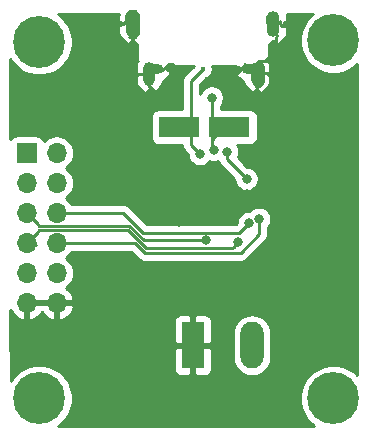
<source format=gbr>
G04 #@! TF.GenerationSoftware,KiCad,Pcbnew,(5.1.0)-1*
G04 #@! TF.CreationDate,2019-11-16T16:41:27+01:00*
G04 #@! TF.ProjectId,USBC_PowerDelivery,55534243-5f50-46f7-9765-7244656c6976,rev?*
G04 #@! TF.SameCoordinates,Original*
G04 #@! TF.FileFunction,Copper,L2,Bot*
G04 #@! TF.FilePolarity,Positive*
%FSLAX46Y46*%
G04 Gerber Fmt 4.6, Leading zero omitted, Abs format (unit mm)*
G04 Created by KiCad (PCBNEW (5.1.0)-1) date 2019-11-16 16:41:27*
%MOMM*%
%LPD*%
G04 APERTURE LIST*
%ADD10C,0.700000*%
%ADD11C,4.400000*%
%ADD12O,1.100000X2.200000*%
%ADD13O,1.008000X2.016000*%
%ADD14O,1.716000X0.858000*%
%ADD15O,1.980000X3.960000*%
%ADD16R,1.980000X3.960000*%
%ADD17O,1.700000X1.700000*%
%ADD18R,1.700000X1.700000*%
%ADD19R,3.500000X1.800000*%
%ADD20C,0.800000*%
%ADD21C,0.400000*%
%ADD22C,0.250000*%
%ADD23C,0.120000*%
%ADD24C,0.254000*%
G04 APERTURE END LIST*
D10*
X112556726Y-140033274D03*
X111390000Y-139550000D03*
X110223274Y-140033274D03*
X109740000Y-141200000D03*
X110223274Y-142366726D03*
X111390000Y-142850000D03*
X112556726Y-142366726D03*
X113040000Y-141200000D03*
D11*
X111390000Y-141200000D03*
D10*
X137466726Y-140033274D03*
X136300000Y-139550000D03*
X135133274Y-140033274D03*
X134650000Y-141200000D03*
X135133274Y-142366726D03*
X136300000Y-142850000D03*
X137466726Y-142366726D03*
X137950000Y-141200000D03*
D11*
X136300000Y-141200000D03*
D10*
X137466726Y-109733274D03*
X136300000Y-109250000D03*
X135133274Y-109733274D03*
X134650000Y-110900000D03*
X135133274Y-112066726D03*
X136300000Y-112550000D03*
X137466726Y-112066726D03*
X137950000Y-110900000D03*
D11*
X136300000Y-110900000D03*
D10*
X112556726Y-109863274D03*
X111390000Y-109380000D03*
X110223274Y-109863274D03*
X109740000Y-111030000D03*
X110223274Y-112196726D03*
X111390000Y-112680000D03*
X112556726Y-112196726D03*
X113040000Y-111030000D03*
D11*
X111390000Y-111030000D03*
D12*
X131220000Y-109500000D03*
X119280000Y-109500000D03*
D13*
X129800000Y-113720000D03*
D14*
X129441000Y-113295000D03*
D13*
X120700000Y-113720000D03*
D14*
X121059000Y-113295000D03*
D15*
X129400000Y-136700000D03*
D16*
X124400000Y-136700000D03*
D17*
X112870000Y-133130000D03*
X110330000Y-133130000D03*
X112870000Y-130590000D03*
X110330000Y-130590000D03*
X112870000Y-128050000D03*
X110330000Y-128050000D03*
X112870000Y-125510000D03*
X110330000Y-125510000D03*
X112870000Y-122970000D03*
X110330000Y-122970000D03*
X112870000Y-120430000D03*
D18*
X110330000Y-120430000D03*
D19*
X118250000Y-118250000D03*
X123250000Y-118250000D03*
X132500000Y-118250000D03*
X127500000Y-118250000D03*
D20*
X123400000Y-130560000D03*
X127240000Y-130580000D03*
X130380000Y-130550000D03*
X110060000Y-137380000D03*
X110150000Y-115840000D03*
X115320000Y-114440000D03*
X119580000Y-120190000D03*
X126750000Y-124750000D03*
X126750000Y-123250000D03*
X125250000Y-123250000D03*
X125250000Y-124750000D03*
X128971379Y-123865000D03*
X132799996Y-116800000D03*
X129000000Y-121300000D03*
X114930000Y-137540000D03*
X117460000Y-140140000D03*
X117600000Y-142900000D03*
X121300000Y-143100000D03*
X121560000Y-140970000D03*
X126560000Y-140410000D03*
X131760000Y-140680000D03*
X126530000Y-143010000D03*
X131800000Y-142990000D03*
X116600000Y-113200000D03*
X117300000Y-109500000D03*
X117300000Y-111280000D03*
X131800000Y-112200000D03*
X129800000Y-115700000D03*
X134000000Y-114400000D03*
X123000000Y-116300000D03*
X112100000Y-135800000D03*
X116690000Y-135830000D03*
X137700000Y-125900000D03*
X137900000Y-120200000D03*
X133800000Y-119600000D03*
X136800000Y-115800000D03*
X137900000Y-134200000D03*
X137800000Y-130800000D03*
X136600000Y-122500000D03*
X123210000Y-126270000D03*
X122070000Y-125030000D03*
X128950000Y-122625000D03*
X127290000Y-120330000D03*
X126000000Y-115750000D03*
X126170000Y-120170000D03*
X125000000Y-120500000D03*
D21*
X125250000Y-113330000D03*
D20*
X125500000Y-127825010D03*
X129169333Y-126372982D03*
X130000000Y-126000000D03*
X128250000Y-128000000D03*
D22*
X119787917Y-110273513D02*
X119787917Y-110166863D01*
X119494231Y-110567199D02*
X119787917Y-110273513D01*
X119070187Y-108428381D02*
X118760000Y-108738568D01*
X119494231Y-110567199D02*
X119795010Y-110266420D01*
X119795010Y-108733579D02*
X119489812Y-108428381D01*
X119489812Y-108428381D02*
X119070187Y-108428381D01*
X118760000Y-108738568D02*
X118760000Y-109240000D01*
X118760000Y-109240000D02*
X118460000Y-109540000D01*
X118460000Y-109540000D02*
X117990000Y-109540000D01*
X119795010Y-109454990D02*
X119795010Y-108733579D01*
X119795010Y-110266420D02*
X119795010Y-109454990D01*
X119412801Y-110567199D02*
X119412801Y-110727199D01*
X119412801Y-110567199D02*
X119494231Y-110567199D01*
X119007199Y-110567199D02*
X119412801Y-110567199D01*
X119412801Y-110727199D02*
X119240000Y-110900000D01*
X119240000Y-110900000D02*
X119150000Y-110990000D01*
X119150000Y-110990000D02*
X119150000Y-111430000D01*
X130682801Y-108862419D02*
X130712078Y-108833142D01*
X130682801Y-109407199D02*
X130682801Y-108862419D01*
X131523641Y-110484040D02*
X131558267Y-110444558D01*
X131400001Y-110607680D02*
X131523641Y-110484040D01*
X131800000Y-112200000D02*
X131400001Y-111800001D01*
X131400001Y-111800001D02*
X131400001Y-110607680D01*
X134000000Y-114400000D02*
X132630000Y-113030000D01*
X132630000Y-113030000D02*
X132630000Y-109650000D01*
X131780000Y-109520000D02*
X131780000Y-109280000D01*
X131910000Y-109650000D02*
X131780000Y-109520000D01*
X132630000Y-109650000D02*
X131910000Y-109650000D01*
X129800000Y-114801502D02*
X129704329Y-114705831D01*
X129800000Y-115700000D02*
X129800000Y-114801502D01*
X129754051Y-114722710D02*
X129704329Y-114705831D01*
X130009971Y-114722710D02*
X129754051Y-114722710D01*
X130317199Y-114415482D02*
X130009971Y-114722710D01*
X132721514Y-113687199D02*
X130317199Y-113687199D01*
X133434315Y-114400000D02*
X132721514Y-113687199D01*
X134000000Y-114400000D02*
X133434315Y-114400000D01*
X130317199Y-113687199D02*
X130317199Y-114415482D01*
X130900000Y-116800000D02*
X127900000Y-113800000D01*
X132799996Y-116800000D02*
X130900000Y-116800000D01*
X127900000Y-113800000D02*
X127950000Y-113800000D01*
X127950000Y-113800000D02*
X128540000Y-113210000D01*
X128540000Y-113200000D02*
X128850000Y-112890000D01*
X128540000Y-113210000D02*
X128540000Y-113200000D01*
X123000000Y-116300000D02*
X122110000Y-115410000D01*
X122110000Y-115410000D02*
X121170000Y-115410000D01*
X120654051Y-114722710D02*
X120604329Y-114705831D01*
X121170000Y-115410000D02*
X121170000Y-115238659D01*
X121170000Y-115238659D02*
X120654051Y-114722710D01*
X116600000Y-113200000D02*
X117760000Y-113200000D01*
X117760000Y-113200000D02*
X118340000Y-113780000D01*
X118340000Y-113780000D02*
X120100000Y-113780000D01*
X117300000Y-111280000D02*
X117880000Y-111860000D01*
X121820007Y-113394079D02*
X121808269Y-113422418D01*
X122680000Y-112860000D02*
X122354086Y-112860000D01*
X122354086Y-112860000D02*
X121820007Y-113394079D01*
X130317199Y-113024517D02*
X130317199Y-113687199D01*
X129952682Y-112660000D02*
X130317199Y-113024517D01*
X130510000Y-112660000D02*
X129952682Y-112660000D01*
X131800000Y-112200000D02*
X130970000Y-112200000D01*
X130970000Y-112200000D02*
X130510000Y-112660000D01*
X127290000Y-120965000D02*
X128950000Y-122625000D01*
X127290000Y-120330000D02*
X127290000Y-120965000D01*
X126000000Y-115750000D02*
X126000000Y-119300000D01*
X127050000Y-118250000D02*
X126000000Y-119300000D01*
X127500000Y-118250000D02*
X127050000Y-118250000D01*
X126170000Y-119980000D02*
X126170000Y-120170000D01*
X126000000Y-119300000D02*
X126000000Y-119810000D01*
X126000000Y-119810000D02*
X126170000Y-119980000D01*
X124250000Y-119750000D02*
X125000000Y-120500000D01*
X124250000Y-117250000D02*
X124250000Y-119750000D01*
X124250000Y-117500000D02*
X124250000Y-117250000D01*
D23*
X125220000Y-113320000D02*
X124270000Y-114270000D01*
D22*
X124250000Y-114330000D02*
X125250000Y-113330000D01*
X124250000Y-117250000D02*
X124250000Y-114330000D01*
X111179999Y-126359999D02*
X110330000Y-125510000D01*
X111395001Y-126575001D02*
X111179999Y-126359999D01*
X118986695Y-126575001D02*
X111395001Y-126575001D01*
X120236704Y-127825010D02*
X118986695Y-126575001D01*
X125500000Y-127825010D02*
X120236704Y-127825010D01*
X112202081Y-125580000D02*
X112772081Y-126150000D01*
X118500000Y-125510000D02*
X112870000Y-125510000D01*
X120200000Y-127210000D02*
X118500000Y-125510000D01*
X129169333Y-126372982D02*
X128332315Y-127210000D01*
X128332315Y-127210000D02*
X120200000Y-127210000D01*
X120325000Y-128875000D02*
X128440685Y-128875000D01*
X130000000Y-126565685D02*
X130000000Y-126000000D01*
X128440685Y-128875000D02*
X130000000Y-127315685D01*
X130000000Y-127315685D02*
X130000000Y-126565685D01*
X119500000Y-128050000D02*
X120325000Y-128875000D01*
X112870000Y-128050000D02*
X119500000Y-128050000D01*
X111000000Y-128120000D02*
X111130000Y-128250000D01*
X127850001Y-128399999D02*
X128250000Y-128000000D01*
X127750000Y-128500000D02*
X127850001Y-128399999D01*
X120430848Y-128500000D02*
X127750000Y-128500000D01*
X111179999Y-127200001D02*
X110330000Y-128050000D01*
X111395001Y-126984999D02*
X111179999Y-127200001D01*
X118915843Y-126984999D02*
X111395001Y-126984999D01*
X119060424Y-127129576D02*
X118915843Y-126984999D01*
X119060424Y-127129576D02*
X120430848Y-128500000D01*
X118970848Y-127040000D02*
X119060424Y-127129576D01*
D24*
G36*
X120669619Y-130545029D02*
G01*
X120833384Y-130594596D01*
X120984322Y-130675172D01*
X121116634Y-130783662D01*
X121225221Y-130915885D01*
X121305915Y-131066766D01*
X121355606Y-131230490D01*
X121373000Y-131407009D01*
X121373000Y-132493766D01*
X121355624Y-132670189D01*
X121305978Y-132833850D01*
X121225362Y-132984672D01*
X121116870Y-133116870D01*
X120984672Y-133225362D01*
X120833850Y-133305978D01*
X120670189Y-133355624D01*
X120493766Y-133373000D01*
X116100000Y-133373000D01*
X116087552Y-133373612D01*
X115892462Y-133392827D01*
X115868044Y-133397683D01*
X115680451Y-133454588D01*
X115657450Y-133464116D01*
X115484563Y-133556526D01*
X115463862Y-133570358D01*
X115312325Y-133694721D01*
X115294721Y-133712325D01*
X115170358Y-133863862D01*
X115156526Y-133884563D01*
X115064116Y-134057450D01*
X115054588Y-134080451D01*
X114997683Y-134268044D01*
X114992827Y-134292462D01*
X114973612Y-134487552D01*
X114973000Y-134500000D01*
X114973000Y-134800000D01*
X114973612Y-134812448D01*
X114992827Y-135007538D01*
X114997683Y-135031956D01*
X115054588Y-135219549D01*
X115064116Y-135242550D01*
X115156526Y-135415437D01*
X115170358Y-135436138D01*
X115294721Y-135587675D01*
X115312325Y-135605279D01*
X115463862Y-135729642D01*
X115484563Y-135743474D01*
X115657450Y-135835884D01*
X115680451Y-135845412D01*
X115868044Y-135902317D01*
X115892462Y-135907173D01*
X116087552Y-135926388D01*
X116100000Y-135927000D01*
X116993766Y-135927000D01*
X117170189Y-135944376D01*
X117333850Y-135994022D01*
X117484672Y-136074638D01*
X117616870Y-136183130D01*
X117725362Y-136315328D01*
X117805978Y-136466150D01*
X117855624Y-136629811D01*
X117873000Y-136806234D01*
X117873000Y-137800000D01*
X117873612Y-137812448D01*
X117892827Y-138007538D01*
X117897683Y-138031956D01*
X117954588Y-138219549D01*
X117964116Y-138242550D01*
X118056526Y-138415437D01*
X118070358Y-138436138D01*
X118194721Y-138587675D01*
X118212325Y-138605279D01*
X118363862Y-138729642D01*
X118384563Y-138743474D01*
X118557450Y-138835884D01*
X118580451Y-138845412D01*
X118768044Y-138902317D01*
X118792462Y-138907173D01*
X118987552Y-138926388D01*
X119000000Y-138927000D01*
X119800000Y-138927000D01*
X119812448Y-138926388D01*
X120007538Y-138907173D01*
X120031956Y-138902317D01*
X120219549Y-138845412D01*
X120242550Y-138835884D01*
X120415437Y-138743474D01*
X120436138Y-138729642D01*
X120496627Y-138680000D01*
X122771928Y-138680000D01*
X122784188Y-138804482D01*
X122820498Y-138924180D01*
X122879463Y-139034494D01*
X122958815Y-139131185D01*
X123055506Y-139210537D01*
X123165820Y-139269502D01*
X123285518Y-139305812D01*
X123410000Y-139318072D01*
X124114250Y-139315000D01*
X124273000Y-139156250D01*
X124273000Y-136827000D01*
X124527000Y-136827000D01*
X124527000Y-139156250D01*
X124685750Y-139315000D01*
X125390000Y-139318072D01*
X125514482Y-139305812D01*
X125634180Y-139269502D01*
X125744494Y-139210537D01*
X125841185Y-139131185D01*
X125920537Y-139034494D01*
X125979502Y-138924180D01*
X126015812Y-138804482D01*
X126028072Y-138680000D01*
X126025000Y-136985750D01*
X125866250Y-136827000D01*
X124527000Y-136827000D01*
X124273000Y-136827000D01*
X122933750Y-136827000D01*
X122775000Y-136985750D01*
X122771928Y-138680000D01*
X120496627Y-138680000D01*
X120587675Y-138605279D01*
X120605279Y-138587675D01*
X120729642Y-138436138D01*
X120743474Y-138415437D01*
X120835884Y-138242550D01*
X120845412Y-138219549D01*
X120902317Y-138031956D01*
X120907173Y-138007538D01*
X120926388Y-137812448D01*
X120927000Y-137800000D01*
X120927000Y-136358328D01*
X120945880Y-136214921D01*
X120998019Y-136089045D01*
X121080958Y-135980958D01*
X121189045Y-135898019D01*
X121314921Y-135845880D01*
X121458328Y-135827000D01*
X121600000Y-135827000D01*
X121616577Y-135825914D01*
X121745987Y-135808877D01*
X121778011Y-135800296D01*
X121898601Y-135750346D01*
X121927313Y-135733768D01*
X122030866Y-135654308D01*
X122054308Y-135630866D01*
X122133768Y-135527313D01*
X122150346Y-135498601D01*
X122200296Y-135378011D01*
X122208877Y-135345987D01*
X122240769Y-135103743D01*
X122277923Y-135014045D01*
X122337024Y-134937024D01*
X122414045Y-134877923D01*
X122503743Y-134840769D01*
X122608328Y-134827000D01*
X122772122Y-134827000D01*
X122775000Y-136414250D01*
X122933750Y-136573000D01*
X124273000Y-136573000D01*
X124273000Y-136553000D01*
X124527000Y-136553000D01*
X124527000Y-136573000D01*
X125866250Y-136573000D01*
X126025000Y-136414250D01*
X126027815Y-134861857D01*
X126133850Y-134894022D01*
X126284672Y-134974638D01*
X126416870Y-135083130D01*
X126525362Y-135215328D01*
X126605978Y-135366150D01*
X126655624Y-135529811D01*
X126673000Y-135706234D01*
X126673000Y-138900000D01*
X126673612Y-138912448D01*
X126692827Y-139107538D01*
X126697683Y-139131956D01*
X126754588Y-139319549D01*
X126764116Y-139342550D01*
X126856526Y-139515437D01*
X126870358Y-139536138D01*
X126994721Y-139687675D01*
X127012325Y-139705279D01*
X127163862Y-139829642D01*
X127184563Y-139843474D01*
X127357450Y-139935884D01*
X127380451Y-139945412D01*
X127568044Y-140002317D01*
X127592462Y-140007173D01*
X127787552Y-140026388D01*
X127800000Y-140027000D01*
X132293766Y-140027000D01*
X132470189Y-140044376D01*
X132633850Y-140094022D01*
X132784672Y-140174638D01*
X132916870Y-140283130D01*
X133025362Y-140415328D01*
X133105978Y-140566150D01*
X133155624Y-140729811D01*
X133173000Y-140906234D01*
X133173000Y-142690116D01*
X133155542Y-142866958D01*
X133105675Y-143030948D01*
X133024702Y-143182026D01*
X132915750Y-143314357D01*
X132783028Y-143422827D01*
X132631656Y-143503253D01*
X132502168Y-143542118D01*
X125408193Y-143544429D01*
X113051130Y-143499693D01*
X113197207Y-143402088D01*
X113592088Y-143007207D01*
X113902344Y-142542876D01*
X114116052Y-142026939D01*
X114225000Y-141479223D01*
X114225000Y-140920777D01*
X114116052Y-140373061D01*
X113902344Y-139857124D01*
X113592088Y-139392793D01*
X113197207Y-138997912D01*
X112732876Y-138687656D01*
X112216939Y-138473948D01*
X111669223Y-138365000D01*
X111110777Y-138365000D01*
X110563061Y-138473948D01*
X110047124Y-138687656D01*
X109582793Y-138997912D01*
X109187912Y-139392793D01*
X108966283Y-139724484D01*
X108961286Y-133693118D01*
X109058359Y-133896920D01*
X109232412Y-134130269D01*
X109448645Y-134325178D01*
X109698748Y-134474157D01*
X109973109Y-134571481D01*
X110203000Y-134450814D01*
X110203000Y-133257000D01*
X110457000Y-133257000D01*
X110457000Y-134450814D01*
X110686891Y-134571481D01*
X110961252Y-134474157D01*
X111211355Y-134325178D01*
X111427588Y-134130269D01*
X111600000Y-133899120D01*
X111772412Y-134130269D01*
X111988645Y-134325178D01*
X112238748Y-134474157D01*
X112513109Y-134571481D01*
X112743000Y-134450814D01*
X112743000Y-133257000D01*
X112997000Y-133257000D01*
X112997000Y-134450814D01*
X113226891Y-134571481D01*
X113501252Y-134474157D01*
X113751355Y-134325178D01*
X113967588Y-134130269D01*
X114141641Y-133896920D01*
X114266825Y-133634099D01*
X114311476Y-133486890D01*
X114190155Y-133257000D01*
X112997000Y-133257000D01*
X112743000Y-133257000D01*
X110457000Y-133257000D01*
X110203000Y-133257000D01*
X110183000Y-133257000D01*
X110183000Y-133003000D01*
X110203000Y-133003000D01*
X110203000Y-132983000D01*
X110457000Y-132983000D01*
X110457000Y-133003000D01*
X112743000Y-133003000D01*
X112743000Y-132983000D01*
X112997000Y-132983000D01*
X112997000Y-133003000D01*
X114190155Y-133003000D01*
X114311476Y-132773110D01*
X114266825Y-132625901D01*
X114141641Y-132363080D01*
X113967588Y-132129731D01*
X113751355Y-131934822D01*
X113634477Y-131865201D01*
X113699014Y-131830706D01*
X113925134Y-131645134D01*
X114110706Y-131419014D01*
X114248599Y-131161034D01*
X114333513Y-130881111D01*
X114362185Y-130590000D01*
X114356519Y-130532470D01*
X120493094Y-130527771D01*
X120669619Y-130545029D01*
X120669619Y-130545029D01*
G37*
X120669619Y-130545029D02*
X120833384Y-130594596D01*
X120984322Y-130675172D01*
X121116634Y-130783662D01*
X121225221Y-130915885D01*
X121305915Y-131066766D01*
X121355606Y-131230490D01*
X121373000Y-131407009D01*
X121373000Y-132493766D01*
X121355624Y-132670189D01*
X121305978Y-132833850D01*
X121225362Y-132984672D01*
X121116870Y-133116870D01*
X120984672Y-133225362D01*
X120833850Y-133305978D01*
X120670189Y-133355624D01*
X120493766Y-133373000D01*
X116100000Y-133373000D01*
X116087552Y-133373612D01*
X115892462Y-133392827D01*
X115868044Y-133397683D01*
X115680451Y-133454588D01*
X115657450Y-133464116D01*
X115484563Y-133556526D01*
X115463862Y-133570358D01*
X115312325Y-133694721D01*
X115294721Y-133712325D01*
X115170358Y-133863862D01*
X115156526Y-133884563D01*
X115064116Y-134057450D01*
X115054588Y-134080451D01*
X114997683Y-134268044D01*
X114992827Y-134292462D01*
X114973612Y-134487552D01*
X114973000Y-134500000D01*
X114973000Y-134800000D01*
X114973612Y-134812448D01*
X114992827Y-135007538D01*
X114997683Y-135031956D01*
X115054588Y-135219549D01*
X115064116Y-135242550D01*
X115156526Y-135415437D01*
X115170358Y-135436138D01*
X115294721Y-135587675D01*
X115312325Y-135605279D01*
X115463862Y-135729642D01*
X115484563Y-135743474D01*
X115657450Y-135835884D01*
X115680451Y-135845412D01*
X115868044Y-135902317D01*
X115892462Y-135907173D01*
X116087552Y-135926388D01*
X116100000Y-135927000D01*
X116993766Y-135927000D01*
X117170189Y-135944376D01*
X117333850Y-135994022D01*
X117484672Y-136074638D01*
X117616870Y-136183130D01*
X117725362Y-136315328D01*
X117805978Y-136466150D01*
X117855624Y-136629811D01*
X117873000Y-136806234D01*
X117873000Y-137800000D01*
X117873612Y-137812448D01*
X117892827Y-138007538D01*
X117897683Y-138031956D01*
X117954588Y-138219549D01*
X117964116Y-138242550D01*
X118056526Y-138415437D01*
X118070358Y-138436138D01*
X118194721Y-138587675D01*
X118212325Y-138605279D01*
X118363862Y-138729642D01*
X118384563Y-138743474D01*
X118557450Y-138835884D01*
X118580451Y-138845412D01*
X118768044Y-138902317D01*
X118792462Y-138907173D01*
X118987552Y-138926388D01*
X119000000Y-138927000D01*
X119800000Y-138927000D01*
X119812448Y-138926388D01*
X120007538Y-138907173D01*
X120031956Y-138902317D01*
X120219549Y-138845412D01*
X120242550Y-138835884D01*
X120415437Y-138743474D01*
X120436138Y-138729642D01*
X120496627Y-138680000D01*
X122771928Y-138680000D01*
X122784188Y-138804482D01*
X122820498Y-138924180D01*
X122879463Y-139034494D01*
X122958815Y-139131185D01*
X123055506Y-139210537D01*
X123165820Y-139269502D01*
X123285518Y-139305812D01*
X123410000Y-139318072D01*
X124114250Y-139315000D01*
X124273000Y-139156250D01*
X124273000Y-136827000D01*
X124527000Y-136827000D01*
X124527000Y-139156250D01*
X124685750Y-139315000D01*
X125390000Y-139318072D01*
X125514482Y-139305812D01*
X125634180Y-139269502D01*
X125744494Y-139210537D01*
X125841185Y-139131185D01*
X125920537Y-139034494D01*
X125979502Y-138924180D01*
X126015812Y-138804482D01*
X126028072Y-138680000D01*
X126025000Y-136985750D01*
X125866250Y-136827000D01*
X124527000Y-136827000D01*
X124273000Y-136827000D01*
X122933750Y-136827000D01*
X122775000Y-136985750D01*
X122771928Y-138680000D01*
X120496627Y-138680000D01*
X120587675Y-138605279D01*
X120605279Y-138587675D01*
X120729642Y-138436138D01*
X120743474Y-138415437D01*
X120835884Y-138242550D01*
X120845412Y-138219549D01*
X120902317Y-138031956D01*
X120907173Y-138007538D01*
X120926388Y-137812448D01*
X120927000Y-137800000D01*
X120927000Y-136358328D01*
X120945880Y-136214921D01*
X120998019Y-136089045D01*
X121080958Y-135980958D01*
X121189045Y-135898019D01*
X121314921Y-135845880D01*
X121458328Y-135827000D01*
X121600000Y-135827000D01*
X121616577Y-135825914D01*
X121745987Y-135808877D01*
X121778011Y-135800296D01*
X121898601Y-135750346D01*
X121927313Y-135733768D01*
X122030866Y-135654308D01*
X122054308Y-135630866D01*
X122133768Y-135527313D01*
X122150346Y-135498601D01*
X122200296Y-135378011D01*
X122208877Y-135345987D01*
X122240769Y-135103743D01*
X122277923Y-135014045D01*
X122337024Y-134937024D01*
X122414045Y-134877923D01*
X122503743Y-134840769D01*
X122608328Y-134827000D01*
X122772122Y-134827000D01*
X122775000Y-136414250D01*
X122933750Y-136573000D01*
X124273000Y-136573000D01*
X124273000Y-136553000D01*
X124527000Y-136553000D01*
X124527000Y-136573000D01*
X125866250Y-136573000D01*
X126025000Y-136414250D01*
X126027815Y-134861857D01*
X126133850Y-134894022D01*
X126284672Y-134974638D01*
X126416870Y-135083130D01*
X126525362Y-135215328D01*
X126605978Y-135366150D01*
X126655624Y-135529811D01*
X126673000Y-135706234D01*
X126673000Y-138900000D01*
X126673612Y-138912448D01*
X126692827Y-139107538D01*
X126697683Y-139131956D01*
X126754588Y-139319549D01*
X126764116Y-139342550D01*
X126856526Y-139515437D01*
X126870358Y-139536138D01*
X126994721Y-139687675D01*
X127012325Y-139705279D01*
X127163862Y-139829642D01*
X127184563Y-139843474D01*
X127357450Y-139935884D01*
X127380451Y-139945412D01*
X127568044Y-140002317D01*
X127592462Y-140007173D01*
X127787552Y-140026388D01*
X127800000Y-140027000D01*
X132293766Y-140027000D01*
X132470189Y-140044376D01*
X132633850Y-140094022D01*
X132784672Y-140174638D01*
X132916870Y-140283130D01*
X133025362Y-140415328D01*
X133105978Y-140566150D01*
X133155624Y-140729811D01*
X133173000Y-140906234D01*
X133173000Y-142690116D01*
X133155542Y-142866958D01*
X133105675Y-143030948D01*
X133024702Y-143182026D01*
X132915750Y-143314357D01*
X132783028Y-143422827D01*
X132631656Y-143503253D01*
X132502168Y-143542118D01*
X125408193Y-143544429D01*
X113051130Y-143499693D01*
X113197207Y-143402088D01*
X113592088Y-143007207D01*
X113902344Y-142542876D01*
X114116052Y-142026939D01*
X114225000Y-141479223D01*
X114225000Y-140920777D01*
X114116052Y-140373061D01*
X113902344Y-139857124D01*
X113592088Y-139392793D01*
X113197207Y-138997912D01*
X112732876Y-138687656D01*
X112216939Y-138473948D01*
X111669223Y-138365000D01*
X111110777Y-138365000D01*
X110563061Y-138473948D01*
X110047124Y-138687656D01*
X109582793Y-138997912D01*
X109187912Y-139392793D01*
X108966283Y-139724484D01*
X108961286Y-133693118D01*
X109058359Y-133896920D01*
X109232412Y-134130269D01*
X109448645Y-134325178D01*
X109698748Y-134474157D01*
X109973109Y-134571481D01*
X110203000Y-134450814D01*
X110203000Y-133257000D01*
X110457000Y-133257000D01*
X110457000Y-134450814D01*
X110686891Y-134571481D01*
X110961252Y-134474157D01*
X111211355Y-134325178D01*
X111427588Y-134130269D01*
X111600000Y-133899120D01*
X111772412Y-134130269D01*
X111988645Y-134325178D01*
X112238748Y-134474157D01*
X112513109Y-134571481D01*
X112743000Y-134450814D01*
X112743000Y-133257000D01*
X112997000Y-133257000D01*
X112997000Y-134450814D01*
X113226891Y-134571481D01*
X113501252Y-134474157D01*
X113751355Y-134325178D01*
X113967588Y-134130269D01*
X114141641Y-133896920D01*
X114266825Y-133634099D01*
X114311476Y-133486890D01*
X114190155Y-133257000D01*
X112997000Y-133257000D01*
X112743000Y-133257000D01*
X110457000Y-133257000D01*
X110203000Y-133257000D01*
X110183000Y-133257000D01*
X110183000Y-133003000D01*
X110203000Y-133003000D01*
X110203000Y-132983000D01*
X110457000Y-132983000D01*
X110457000Y-133003000D01*
X112743000Y-133003000D01*
X112743000Y-132983000D01*
X112997000Y-132983000D01*
X112997000Y-133003000D01*
X114190155Y-133003000D01*
X114311476Y-132773110D01*
X114266825Y-132625901D01*
X114141641Y-132363080D01*
X113967588Y-132129731D01*
X113751355Y-131934822D01*
X113634477Y-131865201D01*
X113699014Y-131830706D01*
X113925134Y-131645134D01*
X114110706Y-131419014D01*
X114248599Y-131161034D01*
X114333513Y-130881111D01*
X114362185Y-130590000D01*
X114356519Y-130532470D01*
X120493094Y-130527771D01*
X120669619Y-130545029D01*
G36*
X118095000Y-108823000D02*
G01*
X118095000Y-109373000D01*
X118345001Y-109373000D01*
X118345000Y-109627000D01*
X118095000Y-109627000D01*
X118095000Y-110177000D01*
X118142546Y-110405742D01*
X118233804Y-110620813D01*
X118365266Y-110813948D01*
X118531881Y-110977725D01*
X118727246Y-111105850D01*
X118943853Y-111193399D01*
X118970256Y-111193803D01*
X119153000Y-111068361D01*
X119153000Y-110975526D01*
X119155088Y-110975970D01*
X119164600Y-110976970D01*
X119213159Y-110981731D01*
X119243061Y-110981731D01*
X119272791Y-110984962D01*
X119282355Y-110984996D01*
X119284100Y-110984990D01*
X119313888Y-110981966D01*
X119343827Y-110982175D01*
X119353346Y-110981242D01*
X119401870Y-110976142D01*
X119407000Y-110975089D01*
X119407000Y-111068361D01*
X119589744Y-111193803D01*
X119616147Y-111193399D01*
X119674501Y-111169813D01*
X119679852Y-112339080D01*
X119676807Y-112370000D01*
X119680149Y-112403929D01*
X119680156Y-112405439D01*
X119683314Y-112436072D01*
X119689550Y-112499383D01*
X119689993Y-112500842D01*
X119690149Y-112502358D01*
X119708846Y-112562993D01*
X119726004Y-112619553D01*
X119696302Y-112662790D01*
X119607662Y-112869232D01*
X119561000Y-113089000D01*
X119561000Y-113593000D01*
X119609041Y-113593000D01*
X119674759Y-113780530D01*
X119717217Y-113847000D01*
X119561000Y-113847000D01*
X119561000Y-114351000D01*
X119607662Y-114570768D01*
X119696302Y-114777210D01*
X119823514Y-114962392D01*
X119984409Y-115119198D01*
X120172803Y-115241602D01*
X120397496Y-115322095D01*
X120573000Y-115195988D01*
X120573000Y-115120526D01*
X120575088Y-115120970D01*
X120584600Y-115121970D01*
X120633159Y-115126731D01*
X120663061Y-115126731D01*
X120692791Y-115129962D01*
X120702355Y-115129996D01*
X120704100Y-115129990D01*
X120733888Y-115126966D01*
X120763827Y-115127175D01*
X120773346Y-115126242D01*
X120821870Y-115121142D01*
X120827000Y-115120089D01*
X120827000Y-115195988D01*
X121002504Y-115322095D01*
X121227197Y-115241602D01*
X121415591Y-115119198D01*
X121576486Y-114962392D01*
X121703698Y-114777210D01*
X121792338Y-114570768D01*
X121839000Y-114351000D01*
X121839000Y-114305505D01*
X122012508Y-114229407D01*
X122184723Y-114109126D01*
X122330164Y-113957559D01*
X122443241Y-113780530D01*
X122511520Y-113585693D01*
X122384297Y-113422000D01*
X122225819Y-113422000D01*
X122226018Y-113420109D01*
X122231731Y-113361840D01*
X122231731Y-113331968D01*
X122234961Y-113302274D01*
X122234996Y-113292710D01*
X122234989Y-113290616D01*
X122231965Y-113260798D01*
X122232174Y-113230824D01*
X122231241Y-113221306D01*
X122225639Y-113168000D01*
X122384297Y-113168000D01*
X122491551Y-113030000D01*
X124470467Y-113030000D01*
X124467122Y-113038077D01*
X123738998Y-113766201D01*
X123710000Y-113789999D01*
X123686202Y-113818997D01*
X123686201Y-113818998D01*
X123615026Y-113905724D01*
X123544454Y-114037754D01*
X123518659Y-114122793D01*
X123500998Y-114181014D01*
X123491489Y-114277555D01*
X123486324Y-114330000D01*
X123490001Y-114367332D01*
X123490000Y-116711928D01*
X121500000Y-116711928D01*
X121375518Y-116724188D01*
X121255820Y-116760498D01*
X121145506Y-116819463D01*
X121048815Y-116898815D01*
X120969463Y-116995506D01*
X120910498Y-117105820D01*
X120874188Y-117225518D01*
X120861928Y-117350000D01*
X120861928Y-119150000D01*
X120874188Y-119274482D01*
X120910498Y-119394180D01*
X120969463Y-119504494D01*
X121048815Y-119601185D01*
X121145506Y-119680537D01*
X121255820Y-119739502D01*
X121375518Y-119775812D01*
X121500000Y-119788072D01*
X123490074Y-119788072D01*
X123500998Y-119898985D01*
X123544454Y-120042246D01*
X123615026Y-120174276D01*
X123684931Y-120259454D01*
X123710000Y-120290001D01*
X123738998Y-120313799D01*
X123965000Y-120539801D01*
X123965000Y-120601939D01*
X124004774Y-120801898D01*
X124082795Y-120990256D01*
X124196063Y-121159774D01*
X124340226Y-121303937D01*
X124509744Y-121417205D01*
X124698102Y-121495226D01*
X124898061Y-121535000D01*
X125101939Y-121535000D01*
X125301898Y-121495226D01*
X125490256Y-121417205D01*
X125659774Y-121303937D01*
X125803937Y-121159774D01*
X125814993Y-121143227D01*
X125868102Y-121165226D01*
X126068061Y-121205000D01*
X126271939Y-121205000D01*
X126471898Y-121165226D01*
X126547092Y-121134079D01*
X126584454Y-121257247D01*
X126596616Y-121280000D01*
X126655026Y-121389276D01*
X126726201Y-121476002D01*
X126750000Y-121505001D01*
X126778998Y-121528799D01*
X127915000Y-122664802D01*
X127915000Y-122726939D01*
X127954774Y-122926898D01*
X128032795Y-123115256D01*
X128146063Y-123284774D01*
X128290226Y-123428937D01*
X128459744Y-123542205D01*
X128648102Y-123620226D01*
X128848061Y-123660000D01*
X129051939Y-123660000D01*
X129251898Y-123620226D01*
X129440256Y-123542205D01*
X129609774Y-123428937D01*
X129753937Y-123284774D01*
X129867205Y-123115256D01*
X129945226Y-122926898D01*
X129985000Y-122726939D01*
X129985000Y-122523061D01*
X129945226Y-122323102D01*
X129867205Y-122134744D01*
X129753937Y-121965226D01*
X129609774Y-121821063D01*
X129440256Y-121707795D01*
X129251898Y-121629774D01*
X129051939Y-121590000D01*
X128989802Y-121590000D01*
X128210969Y-120811168D01*
X128285226Y-120631898D01*
X128325000Y-120431939D01*
X128325000Y-120228061D01*
X128285226Y-120028102D01*
X128207205Y-119839744D01*
X128172679Y-119788072D01*
X129250000Y-119788072D01*
X129374482Y-119775812D01*
X129494180Y-119739502D01*
X129604494Y-119680537D01*
X129701185Y-119601185D01*
X129780537Y-119504494D01*
X129839502Y-119394180D01*
X129875812Y-119274482D01*
X129888072Y-119150000D01*
X129888072Y-117350000D01*
X129875812Y-117225518D01*
X129839502Y-117105820D01*
X129780537Y-116995506D01*
X129701185Y-116898815D01*
X129604494Y-116819463D01*
X129494180Y-116760498D01*
X129374482Y-116724188D01*
X129250000Y-116711928D01*
X126760000Y-116711928D01*
X126760000Y-116453711D01*
X126803937Y-116409774D01*
X126917205Y-116240256D01*
X126995226Y-116051898D01*
X127035000Y-115851939D01*
X127035000Y-115648061D01*
X126995226Y-115448102D01*
X126917205Y-115259744D01*
X126803937Y-115090226D01*
X126659774Y-114946063D01*
X126490256Y-114832795D01*
X126301898Y-114754774D01*
X126101939Y-114715000D01*
X125898061Y-114715000D01*
X125698102Y-114754774D01*
X125509744Y-114832795D01*
X125340226Y-114946063D01*
X125196063Y-115090226D01*
X125082795Y-115259744D01*
X125010000Y-115435485D01*
X125010000Y-114644801D01*
X125541923Y-114112878D01*
X125645521Y-114069967D01*
X125782281Y-113978587D01*
X125898587Y-113862281D01*
X125989967Y-113725521D01*
X126052911Y-113573560D01*
X126085000Y-113412240D01*
X126085000Y-113247760D01*
X126052911Y-113086440D01*
X126029533Y-113030000D01*
X128008449Y-113030000D01*
X128115703Y-113168000D01*
X128274181Y-113168000D01*
X128273982Y-113169891D01*
X128268269Y-113228161D01*
X128268269Y-113230833D01*
X128268209Y-113231138D01*
X128268247Y-113261153D01*
X128265002Y-113293544D01*
X128265048Y-113303108D01*
X128265073Y-113305220D01*
X128268270Y-113334277D01*
X128268270Y-113361850D01*
X128268377Y-113362390D01*
X128268380Y-113364827D01*
X128269392Y-113374338D01*
X128274800Y-113422000D01*
X128115703Y-113422000D01*
X127988480Y-113585693D01*
X128056759Y-113780530D01*
X128169836Y-113957559D01*
X128315277Y-114109126D01*
X128487492Y-114229407D01*
X128661000Y-114305505D01*
X128661000Y-114351000D01*
X128707662Y-114570768D01*
X128796302Y-114777210D01*
X128923514Y-114962392D01*
X129084409Y-115119198D01*
X129272803Y-115241602D01*
X129497496Y-115322095D01*
X129673000Y-115195988D01*
X129673000Y-115120526D01*
X129675088Y-115120970D01*
X129684600Y-115121970D01*
X129733159Y-115126731D01*
X129763061Y-115126731D01*
X129792791Y-115129962D01*
X129802355Y-115129996D01*
X129804100Y-115129990D01*
X129833888Y-115126966D01*
X129863827Y-115127175D01*
X129873346Y-115126242D01*
X129921870Y-115121142D01*
X129927000Y-115120089D01*
X129927000Y-115195988D01*
X130102504Y-115322095D01*
X130327197Y-115241602D01*
X130515591Y-115119198D01*
X130676486Y-114962392D01*
X130803698Y-114777210D01*
X130892338Y-114570768D01*
X130939000Y-114351000D01*
X130939000Y-113847000D01*
X130782783Y-113847000D01*
X130825241Y-113780530D01*
X130890959Y-113593000D01*
X130939000Y-113593000D01*
X130939000Y-113089000D01*
X130892338Y-112869232D01*
X130803698Y-112662790D01*
X130780259Y-112628670D01*
X130782127Y-112625194D01*
X130782349Y-112624469D01*
X130782710Y-112623793D01*
X130801435Y-112562067D01*
X130820152Y-112500871D01*
X130820228Y-112500114D01*
X130820450Y-112499383D01*
X130826773Y-112435186D01*
X130829924Y-112403929D01*
X130829926Y-112403173D01*
X130833193Y-112370000D01*
X130830074Y-112338333D01*
X130832741Y-111172740D01*
X130883853Y-111193399D01*
X130910256Y-111193803D01*
X131093000Y-111068361D01*
X131093000Y-110975526D01*
X131095088Y-110975970D01*
X131104600Y-110976970D01*
X131153159Y-110981731D01*
X131183061Y-110981731D01*
X131212791Y-110984962D01*
X131222355Y-110984996D01*
X131224100Y-110984990D01*
X131253888Y-110981966D01*
X131283827Y-110982175D01*
X131293346Y-110981242D01*
X131341870Y-110976142D01*
X131347000Y-110975089D01*
X131347000Y-111068361D01*
X131529744Y-111193803D01*
X131556147Y-111193399D01*
X131772754Y-111105850D01*
X131968119Y-110977725D01*
X132134734Y-110813948D01*
X132266196Y-110620813D01*
X132357454Y-110405742D01*
X132405000Y-110177000D01*
X132405000Y-109627000D01*
X132155000Y-109627000D01*
X132155000Y-109373000D01*
X132405000Y-109373000D01*
X132405000Y-108823000D01*
X132371119Y-108660000D01*
X134549532Y-108660000D01*
X134492793Y-108697912D01*
X134097912Y-109092793D01*
X133787656Y-109557124D01*
X133573948Y-110073061D01*
X133465000Y-110620777D01*
X133465000Y-111179223D01*
X133573948Y-111726939D01*
X133787656Y-112242876D01*
X134097912Y-112707207D01*
X134492793Y-113102088D01*
X134957124Y-113412344D01*
X135473061Y-113626052D01*
X136020777Y-113735000D01*
X136579223Y-113735000D01*
X137126939Y-113626052D01*
X137642876Y-113412344D01*
X138107207Y-113102088D01*
X138340001Y-112869294D01*
X138340000Y-139230705D01*
X138107207Y-138997912D01*
X137642876Y-138687656D01*
X137126939Y-138473948D01*
X136579223Y-138365000D01*
X136020777Y-138365000D01*
X135473061Y-138473948D01*
X134957124Y-138687656D01*
X134492793Y-138997912D01*
X134097912Y-139392793D01*
X133787656Y-139857124D01*
X133573948Y-140373061D01*
X133465000Y-140920777D01*
X133465000Y-141479223D01*
X133573948Y-142026939D01*
X133787656Y-142542876D01*
X134097912Y-143007207D01*
X134492793Y-143402088D01*
X134701290Y-143541401D01*
X112978117Y-143548479D01*
X113197207Y-143402088D01*
X113592088Y-143007207D01*
X113902344Y-142542876D01*
X114116052Y-142026939D01*
X114225000Y-141479223D01*
X114225000Y-140920777D01*
X114116052Y-140373061D01*
X113902344Y-139857124D01*
X113592088Y-139392793D01*
X113197207Y-138997912D01*
X112732876Y-138687656D01*
X112714393Y-138680000D01*
X122771928Y-138680000D01*
X122784188Y-138804482D01*
X122820498Y-138924180D01*
X122879463Y-139034494D01*
X122958815Y-139131185D01*
X123055506Y-139210537D01*
X123165820Y-139269502D01*
X123285518Y-139305812D01*
X123410000Y-139318072D01*
X124114250Y-139315000D01*
X124273000Y-139156250D01*
X124273000Y-136827000D01*
X124527000Y-136827000D01*
X124527000Y-139156250D01*
X124685750Y-139315000D01*
X125390000Y-139318072D01*
X125514482Y-139305812D01*
X125634180Y-139269502D01*
X125744494Y-139210537D01*
X125841185Y-139131185D01*
X125920537Y-139034494D01*
X125979502Y-138924180D01*
X126015812Y-138804482D01*
X126028072Y-138680000D01*
X126025000Y-136985750D01*
X125866250Y-136827000D01*
X124527000Y-136827000D01*
X124273000Y-136827000D01*
X122933750Y-136827000D01*
X122775000Y-136985750D01*
X122771928Y-138680000D01*
X112714393Y-138680000D01*
X112216939Y-138473948D01*
X111669223Y-138365000D01*
X111110777Y-138365000D01*
X110563061Y-138473948D01*
X110047124Y-138687656D01*
X109582793Y-138997912D01*
X109187912Y-139392793D01*
X108966283Y-139724484D01*
X108962137Y-134720000D01*
X122771928Y-134720000D01*
X122775000Y-136414250D01*
X122933750Y-136573000D01*
X124273000Y-136573000D01*
X124273000Y-134243750D01*
X124527000Y-134243750D01*
X124527000Y-136573000D01*
X125866250Y-136573000D01*
X126025000Y-136414250D01*
X126026421Y-135630177D01*
X127775000Y-135630177D01*
X127775001Y-137769824D01*
X127798514Y-138008556D01*
X127891433Y-138314869D01*
X128042326Y-138597170D01*
X128245393Y-138844608D01*
X128492831Y-139047675D01*
X128775132Y-139198568D01*
X129081445Y-139291487D01*
X129400000Y-139322862D01*
X129718556Y-139291487D01*
X130024869Y-139198568D01*
X130307170Y-139047675D01*
X130554608Y-138844608D01*
X130757675Y-138597170D01*
X130908568Y-138314869D01*
X131001487Y-138008556D01*
X131025000Y-137769824D01*
X131025000Y-135630176D01*
X131001487Y-135391444D01*
X130908568Y-135085131D01*
X130757675Y-134802830D01*
X130554608Y-134555392D01*
X130307169Y-134352325D01*
X130024868Y-134201432D01*
X129718555Y-134108513D01*
X129400000Y-134077138D01*
X129081444Y-134108513D01*
X128775131Y-134201432D01*
X128492830Y-134352325D01*
X128245392Y-134555392D01*
X128042325Y-134802831D01*
X127891432Y-135085132D01*
X127798513Y-135391445D01*
X127775000Y-135630177D01*
X126026421Y-135630177D01*
X126028072Y-134720000D01*
X126015812Y-134595518D01*
X125979502Y-134475820D01*
X125920537Y-134365506D01*
X125841185Y-134268815D01*
X125744494Y-134189463D01*
X125634180Y-134130498D01*
X125514482Y-134094188D01*
X125390000Y-134081928D01*
X124685750Y-134085000D01*
X124527000Y-134243750D01*
X124273000Y-134243750D01*
X124114250Y-134085000D01*
X123410000Y-134081928D01*
X123285518Y-134094188D01*
X123165820Y-134130498D01*
X123055506Y-134189463D01*
X122958815Y-134268815D01*
X122879463Y-134365506D01*
X122820498Y-134475820D01*
X122784188Y-134595518D01*
X122771928Y-134720000D01*
X108962137Y-134720000D01*
X108961286Y-133693118D01*
X109058359Y-133896920D01*
X109232412Y-134130269D01*
X109448645Y-134325178D01*
X109698748Y-134474157D01*
X109973109Y-134571481D01*
X110203000Y-134450814D01*
X110203000Y-133257000D01*
X110457000Y-133257000D01*
X110457000Y-134450814D01*
X110686891Y-134571481D01*
X110961252Y-134474157D01*
X111211355Y-134325178D01*
X111427588Y-134130269D01*
X111600000Y-133899120D01*
X111772412Y-134130269D01*
X111988645Y-134325178D01*
X112238748Y-134474157D01*
X112513109Y-134571481D01*
X112743000Y-134450814D01*
X112743000Y-133257000D01*
X112997000Y-133257000D01*
X112997000Y-134450814D01*
X113226891Y-134571481D01*
X113501252Y-134474157D01*
X113751355Y-134325178D01*
X113967588Y-134130269D01*
X114141641Y-133896920D01*
X114266825Y-133634099D01*
X114311476Y-133486890D01*
X114190155Y-133257000D01*
X112997000Y-133257000D01*
X112743000Y-133257000D01*
X110457000Y-133257000D01*
X110203000Y-133257000D01*
X110183000Y-133257000D01*
X110183000Y-133003000D01*
X110203000Y-133003000D01*
X110203000Y-132983000D01*
X110457000Y-132983000D01*
X110457000Y-133003000D01*
X112743000Y-133003000D01*
X112743000Y-132983000D01*
X112997000Y-132983000D01*
X112997000Y-133003000D01*
X114190155Y-133003000D01*
X114311476Y-132773110D01*
X114266825Y-132625901D01*
X114141641Y-132363080D01*
X113967588Y-132129731D01*
X113751355Y-131934822D01*
X113634477Y-131865201D01*
X113699014Y-131830706D01*
X113925134Y-131645134D01*
X114110706Y-131419014D01*
X114248599Y-131161034D01*
X114333513Y-130881111D01*
X114362185Y-130590000D01*
X114333513Y-130298889D01*
X114248599Y-130018966D01*
X114110706Y-129760986D01*
X113925134Y-129534866D01*
X113699014Y-129349294D01*
X113644209Y-129320000D01*
X113699014Y-129290706D01*
X113925134Y-129105134D01*
X114110706Y-128879014D01*
X114147595Y-128810000D01*
X119185199Y-128810000D01*
X119761201Y-129386002D01*
X119784999Y-129415001D01*
X119900724Y-129509974D01*
X120032753Y-129580546D01*
X120176014Y-129624003D01*
X120287667Y-129635000D01*
X120287676Y-129635000D01*
X120324999Y-129638676D01*
X120362322Y-129635000D01*
X128403363Y-129635000D01*
X128440685Y-129638676D01*
X128478007Y-129635000D01*
X128478018Y-129635000D01*
X128589671Y-129624003D01*
X128732932Y-129580546D01*
X128864961Y-129509974D01*
X128980686Y-129415001D01*
X129004488Y-129385998D01*
X130511009Y-127879479D01*
X130540001Y-127855686D01*
X130563795Y-127826693D01*
X130563799Y-127826689D01*
X130634973Y-127739962D01*
X130634974Y-127739961D01*
X130705546Y-127607932D01*
X130749003Y-127464671D01*
X130760000Y-127353018D01*
X130760000Y-127353009D01*
X130763676Y-127315686D01*
X130760000Y-127278363D01*
X130760000Y-126703711D01*
X130803937Y-126659774D01*
X130917205Y-126490256D01*
X130995226Y-126301898D01*
X131035000Y-126101939D01*
X131035000Y-125898061D01*
X130995226Y-125698102D01*
X130917205Y-125509744D01*
X130803937Y-125340226D01*
X130659774Y-125196063D01*
X130490256Y-125082795D01*
X130301898Y-125004774D01*
X130101939Y-124965000D01*
X129898061Y-124965000D01*
X129698102Y-125004774D01*
X129509744Y-125082795D01*
X129340226Y-125196063D01*
X129198307Y-125337982D01*
X129067394Y-125337982D01*
X128867435Y-125377756D01*
X128679077Y-125455777D01*
X128509559Y-125569045D01*
X128365396Y-125713208D01*
X128252128Y-125882726D01*
X128174107Y-126071084D01*
X128134333Y-126271043D01*
X128134333Y-126333181D01*
X128017514Y-126450000D01*
X120514802Y-126450000D01*
X119063804Y-124999003D01*
X119040001Y-124969999D01*
X118924276Y-124875026D01*
X118792247Y-124804454D01*
X118648986Y-124760997D01*
X118537333Y-124750000D01*
X118537322Y-124750000D01*
X118500000Y-124746324D01*
X118462678Y-124750000D01*
X114147595Y-124750000D01*
X114110706Y-124680986D01*
X113925134Y-124454866D01*
X113699014Y-124269294D01*
X113644209Y-124240000D01*
X113699014Y-124210706D01*
X113925134Y-124025134D01*
X114110706Y-123799014D01*
X114248599Y-123541034D01*
X114333513Y-123261111D01*
X114362185Y-122970000D01*
X114333513Y-122678889D01*
X114248599Y-122398966D01*
X114110706Y-122140986D01*
X113925134Y-121914866D01*
X113699014Y-121729294D01*
X113644209Y-121700000D01*
X113699014Y-121670706D01*
X113925134Y-121485134D01*
X114110706Y-121259014D01*
X114248599Y-121001034D01*
X114333513Y-120721111D01*
X114362185Y-120430000D01*
X114333513Y-120138889D01*
X114248599Y-119858966D01*
X114110706Y-119600986D01*
X113925134Y-119374866D01*
X113699014Y-119189294D01*
X113441034Y-119051401D01*
X113161111Y-118966487D01*
X112942950Y-118945000D01*
X112797050Y-118945000D01*
X112578889Y-118966487D01*
X112298966Y-119051401D01*
X112040986Y-119189294D01*
X111814866Y-119374866D01*
X111790393Y-119404687D01*
X111769502Y-119335820D01*
X111710537Y-119225506D01*
X111631185Y-119128815D01*
X111534494Y-119049463D01*
X111424180Y-118990498D01*
X111304482Y-118954188D01*
X111180000Y-118941928D01*
X109480000Y-118941928D01*
X109355518Y-118954188D01*
X109235820Y-118990498D01*
X109125506Y-119049463D01*
X109028815Y-119128815D01*
X108949463Y-119225506D01*
X108949300Y-119225811D01*
X108943704Y-112471724D01*
X109187912Y-112837207D01*
X109582793Y-113232088D01*
X110047124Y-113542344D01*
X110563061Y-113756052D01*
X111110777Y-113865000D01*
X111669223Y-113865000D01*
X112216939Y-113756052D01*
X112732876Y-113542344D01*
X113197207Y-113232088D01*
X113592088Y-112837207D01*
X113902344Y-112372876D01*
X114116052Y-111856939D01*
X114225000Y-111309223D01*
X114225000Y-110750777D01*
X114116052Y-110203061D01*
X113902344Y-109687124D01*
X113592088Y-109222793D01*
X113197207Y-108827912D01*
X112945909Y-108660000D01*
X118128881Y-108660000D01*
X118095000Y-108823000D01*
X118095000Y-108823000D01*
G37*
X118095000Y-108823000D02*
X118095000Y-109373000D01*
X118345001Y-109373000D01*
X118345000Y-109627000D01*
X118095000Y-109627000D01*
X118095000Y-110177000D01*
X118142546Y-110405742D01*
X118233804Y-110620813D01*
X118365266Y-110813948D01*
X118531881Y-110977725D01*
X118727246Y-111105850D01*
X118943853Y-111193399D01*
X118970256Y-111193803D01*
X119153000Y-111068361D01*
X119153000Y-110975526D01*
X119155088Y-110975970D01*
X119164600Y-110976970D01*
X119213159Y-110981731D01*
X119243061Y-110981731D01*
X119272791Y-110984962D01*
X119282355Y-110984996D01*
X119284100Y-110984990D01*
X119313888Y-110981966D01*
X119343827Y-110982175D01*
X119353346Y-110981242D01*
X119401870Y-110976142D01*
X119407000Y-110975089D01*
X119407000Y-111068361D01*
X119589744Y-111193803D01*
X119616147Y-111193399D01*
X119674501Y-111169813D01*
X119679852Y-112339080D01*
X119676807Y-112370000D01*
X119680149Y-112403929D01*
X119680156Y-112405439D01*
X119683314Y-112436072D01*
X119689550Y-112499383D01*
X119689993Y-112500842D01*
X119690149Y-112502358D01*
X119708846Y-112562993D01*
X119726004Y-112619553D01*
X119696302Y-112662790D01*
X119607662Y-112869232D01*
X119561000Y-113089000D01*
X119561000Y-113593000D01*
X119609041Y-113593000D01*
X119674759Y-113780530D01*
X119717217Y-113847000D01*
X119561000Y-113847000D01*
X119561000Y-114351000D01*
X119607662Y-114570768D01*
X119696302Y-114777210D01*
X119823514Y-114962392D01*
X119984409Y-115119198D01*
X120172803Y-115241602D01*
X120397496Y-115322095D01*
X120573000Y-115195988D01*
X120573000Y-115120526D01*
X120575088Y-115120970D01*
X120584600Y-115121970D01*
X120633159Y-115126731D01*
X120663061Y-115126731D01*
X120692791Y-115129962D01*
X120702355Y-115129996D01*
X120704100Y-115129990D01*
X120733888Y-115126966D01*
X120763827Y-115127175D01*
X120773346Y-115126242D01*
X120821870Y-115121142D01*
X120827000Y-115120089D01*
X120827000Y-115195988D01*
X121002504Y-115322095D01*
X121227197Y-115241602D01*
X121415591Y-115119198D01*
X121576486Y-114962392D01*
X121703698Y-114777210D01*
X121792338Y-114570768D01*
X121839000Y-114351000D01*
X121839000Y-114305505D01*
X122012508Y-114229407D01*
X122184723Y-114109126D01*
X122330164Y-113957559D01*
X122443241Y-113780530D01*
X122511520Y-113585693D01*
X122384297Y-113422000D01*
X122225819Y-113422000D01*
X122226018Y-113420109D01*
X122231731Y-113361840D01*
X122231731Y-113331968D01*
X122234961Y-113302274D01*
X122234996Y-113292710D01*
X122234989Y-113290616D01*
X122231965Y-113260798D01*
X122232174Y-113230824D01*
X122231241Y-113221306D01*
X122225639Y-113168000D01*
X122384297Y-113168000D01*
X122491551Y-113030000D01*
X124470467Y-113030000D01*
X124467122Y-113038077D01*
X123738998Y-113766201D01*
X123710000Y-113789999D01*
X123686202Y-113818997D01*
X123686201Y-113818998D01*
X123615026Y-113905724D01*
X123544454Y-114037754D01*
X123518659Y-114122793D01*
X123500998Y-114181014D01*
X123491489Y-114277555D01*
X123486324Y-114330000D01*
X123490001Y-114367332D01*
X123490000Y-116711928D01*
X121500000Y-116711928D01*
X121375518Y-116724188D01*
X121255820Y-116760498D01*
X121145506Y-116819463D01*
X121048815Y-116898815D01*
X120969463Y-116995506D01*
X120910498Y-117105820D01*
X120874188Y-117225518D01*
X120861928Y-117350000D01*
X120861928Y-119150000D01*
X120874188Y-119274482D01*
X120910498Y-119394180D01*
X120969463Y-119504494D01*
X121048815Y-119601185D01*
X121145506Y-119680537D01*
X121255820Y-119739502D01*
X121375518Y-119775812D01*
X121500000Y-119788072D01*
X123490074Y-119788072D01*
X123500998Y-119898985D01*
X123544454Y-120042246D01*
X123615026Y-120174276D01*
X123684931Y-120259454D01*
X123710000Y-120290001D01*
X123738998Y-120313799D01*
X123965000Y-120539801D01*
X123965000Y-120601939D01*
X124004774Y-120801898D01*
X124082795Y-120990256D01*
X124196063Y-121159774D01*
X124340226Y-121303937D01*
X124509744Y-121417205D01*
X124698102Y-121495226D01*
X124898061Y-121535000D01*
X125101939Y-121535000D01*
X125301898Y-121495226D01*
X125490256Y-121417205D01*
X125659774Y-121303937D01*
X125803937Y-121159774D01*
X125814993Y-121143227D01*
X125868102Y-121165226D01*
X126068061Y-121205000D01*
X126271939Y-121205000D01*
X126471898Y-121165226D01*
X126547092Y-121134079D01*
X126584454Y-121257247D01*
X126596616Y-121280000D01*
X126655026Y-121389276D01*
X126726201Y-121476002D01*
X126750000Y-121505001D01*
X126778998Y-121528799D01*
X127915000Y-122664802D01*
X127915000Y-122726939D01*
X127954774Y-122926898D01*
X128032795Y-123115256D01*
X128146063Y-123284774D01*
X128290226Y-123428937D01*
X128459744Y-123542205D01*
X128648102Y-123620226D01*
X128848061Y-123660000D01*
X129051939Y-123660000D01*
X129251898Y-123620226D01*
X129440256Y-123542205D01*
X129609774Y-123428937D01*
X129753937Y-123284774D01*
X129867205Y-123115256D01*
X129945226Y-122926898D01*
X129985000Y-122726939D01*
X129985000Y-122523061D01*
X129945226Y-122323102D01*
X129867205Y-122134744D01*
X129753937Y-121965226D01*
X129609774Y-121821063D01*
X129440256Y-121707795D01*
X129251898Y-121629774D01*
X129051939Y-121590000D01*
X128989802Y-121590000D01*
X128210969Y-120811168D01*
X128285226Y-120631898D01*
X128325000Y-120431939D01*
X128325000Y-120228061D01*
X128285226Y-120028102D01*
X128207205Y-119839744D01*
X128172679Y-119788072D01*
X129250000Y-119788072D01*
X129374482Y-119775812D01*
X129494180Y-119739502D01*
X129604494Y-119680537D01*
X129701185Y-119601185D01*
X129780537Y-119504494D01*
X129839502Y-119394180D01*
X129875812Y-119274482D01*
X129888072Y-119150000D01*
X129888072Y-117350000D01*
X129875812Y-117225518D01*
X129839502Y-117105820D01*
X129780537Y-116995506D01*
X129701185Y-116898815D01*
X129604494Y-116819463D01*
X129494180Y-116760498D01*
X129374482Y-116724188D01*
X129250000Y-116711928D01*
X126760000Y-116711928D01*
X126760000Y-116453711D01*
X126803937Y-116409774D01*
X126917205Y-116240256D01*
X126995226Y-116051898D01*
X127035000Y-115851939D01*
X127035000Y-115648061D01*
X126995226Y-115448102D01*
X126917205Y-115259744D01*
X126803937Y-115090226D01*
X126659774Y-114946063D01*
X126490256Y-114832795D01*
X126301898Y-114754774D01*
X126101939Y-114715000D01*
X125898061Y-114715000D01*
X125698102Y-114754774D01*
X125509744Y-114832795D01*
X125340226Y-114946063D01*
X125196063Y-115090226D01*
X125082795Y-115259744D01*
X125010000Y-115435485D01*
X125010000Y-114644801D01*
X125541923Y-114112878D01*
X125645521Y-114069967D01*
X125782281Y-113978587D01*
X125898587Y-113862281D01*
X125989967Y-113725521D01*
X126052911Y-113573560D01*
X126085000Y-113412240D01*
X126085000Y-113247760D01*
X126052911Y-113086440D01*
X126029533Y-113030000D01*
X128008449Y-113030000D01*
X128115703Y-113168000D01*
X128274181Y-113168000D01*
X128273982Y-113169891D01*
X128268269Y-113228161D01*
X128268269Y-113230833D01*
X128268209Y-113231138D01*
X128268247Y-113261153D01*
X128265002Y-113293544D01*
X128265048Y-113303108D01*
X128265073Y-113305220D01*
X128268270Y-113334277D01*
X128268270Y-113361850D01*
X128268377Y-113362390D01*
X128268380Y-113364827D01*
X128269392Y-113374338D01*
X128274800Y-113422000D01*
X128115703Y-113422000D01*
X127988480Y-113585693D01*
X128056759Y-113780530D01*
X128169836Y-113957559D01*
X128315277Y-114109126D01*
X128487492Y-114229407D01*
X128661000Y-114305505D01*
X128661000Y-114351000D01*
X128707662Y-114570768D01*
X128796302Y-114777210D01*
X128923514Y-114962392D01*
X129084409Y-115119198D01*
X129272803Y-115241602D01*
X129497496Y-115322095D01*
X129673000Y-115195988D01*
X129673000Y-115120526D01*
X129675088Y-115120970D01*
X129684600Y-115121970D01*
X129733159Y-115126731D01*
X129763061Y-115126731D01*
X129792791Y-115129962D01*
X129802355Y-115129996D01*
X129804100Y-115129990D01*
X129833888Y-115126966D01*
X129863827Y-115127175D01*
X129873346Y-115126242D01*
X129921870Y-115121142D01*
X129927000Y-115120089D01*
X129927000Y-115195988D01*
X130102504Y-115322095D01*
X130327197Y-115241602D01*
X130515591Y-115119198D01*
X130676486Y-114962392D01*
X130803698Y-114777210D01*
X130892338Y-114570768D01*
X130939000Y-114351000D01*
X130939000Y-113847000D01*
X130782783Y-113847000D01*
X130825241Y-113780530D01*
X130890959Y-113593000D01*
X130939000Y-113593000D01*
X130939000Y-113089000D01*
X130892338Y-112869232D01*
X130803698Y-112662790D01*
X130780259Y-112628670D01*
X130782127Y-112625194D01*
X130782349Y-112624469D01*
X130782710Y-112623793D01*
X130801435Y-112562067D01*
X130820152Y-112500871D01*
X130820228Y-112500114D01*
X130820450Y-112499383D01*
X130826773Y-112435186D01*
X130829924Y-112403929D01*
X130829926Y-112403173D01*
X130833193Y-112370000D01*
X130830074Y-112338333D01*
X130832741Y-111172740D01*
X130883853Y-111193399D01*
X130910256Y-111193803D01*
X131093000Y-111068361D01*
X131093000Y-110975526D01*
X131095088Y-110975970D01*
X131104600Y-110976970D01*
X131153159Y-110981731D01*
X131183061Y-110981731D01*
X131212791Y-110984962D01*
X131222355Y-110984996D01*
X131224100Y-110984990D01*
X131253888Y-110981966D01*
X131283827Y-110982175D01*
X131293346Y-110981242D01*
X131341870Y-110976142D01*
X131347000Y-110975089D01*
X131347000Y-111068361D01*
X131529744Y-111193803D01*
X131556147Y-111193399D01*
X131772754Y-111105850D01*
X131968119Y-110977725D01*
X132134734Y-110813948D01*
X132266196Y-110620813D01*
X132357454Y-110405742D01*
X132405000Y-110177000D01*
X132405000Y-109627000D01*
X132155000Y-109627000D01*
X132155000Y-109373000D01*
X132405000Y-109373000D01*
X132405000Y-108823000D01*
X132371119Y-108660000D01*
X134549532Y-108660000D01*
X134492793Y-108697912D01*
X134097912Y-109092793D01*
X133787656Y-109557124D01*
X133573948Y-110073061D01*
X133465000Y-110620777D01*
X133465000Y-111179223D01*
X133573948Y-111726939D01*
X133787656Y-112242876D01*
X134097912Y-112707207D01*
X134492793Y-113102088D01*
X134957124Y-113412344D01*
X135473061Y-113626052D01*
X136020777Y-113735000D01*
X136579223Y-113735000D01*
X137126939Y-113626052D01*
X137642876Y-113412344D01*
X138107207Y-113102088D01*
X138340001Y-112869294D01*
X138340000Y-139230705D01*
X138107207Y-138997912D01*
X137642876Y-138687656D01*
X137126939Y-138473948D01*
X136579223Y-138365000D01*
X136020777Y-138365000D01*
X135473061Y-138473948D01*
X134957124Y-138687656D01*
X134492793Y-138997912D01*
X134097912Y-139392793D01*
X133787656Y-139857124D01*
X133573948Y-140373061D01*
X133465000Y-140920777D01*
X133465000Y-141479223D01*
X133573948Y-142026939D01*
X133787656Y-142542876D01*
X134097912Y-143007207D01*
X134492793Y-143402088D01*
X134701290Y-143541401D01*
X112978117Y-143548479D01*
X113197207Y-143402088D01*
X113592088Y-143007207D01*
X113902344Y-142542876D01*
X114116052Y-142026939D01*
X114225000Y-141479223D01*
X114225000Y-140920777D01*
X114116052Y-140373061D01*
X113902344Y-139857124D01*
X113592088Y-139392793D01*
X113197207Y-138997912D01*
X112732876Y-138687656D01*
X112714393Y-138680000D01*
X122771928Y-138680000D01*
X122784188Y-138804482D01*
X122820498Y-138924180D01*
X122879463Y-139034494D01*
X122958815Y-139131185D01*
X123055506Y-139210537D01*
X123165820Y-139269502D01*
X123285518Y-139305812D01*
X123410000Y-139318072D01*
X124114250Y-139315000D01*
X124273000Y-139156250D01*
X124273000Y-136827000D01*
X124527000Y-136827000D01*
X124527000Y-139156250D01*
X124685750Y-139315000D01*
X125390000Y-139318072D01*
X125514482Y-139305812D01*
X125634180Y-139269502D01*
X125744494Y-139210537D01*
X125841185Y-139131185D01*
X125920537Y-139034494D01*
X125979502Y-138924180D01*
X126015812Y-138804482D01*
X126028072Y-138680000D01*
X126025000Y-136985750D01*
X125866250Y-136827000D01*
X124527000Y-136827000D01*
X124273000Y-136827000D01*
X122933750Y-136827000D01*
X122775000Y-136985750D01*
X122771928Y-138680000D01*
X112714393Y-138680000D01*
X112216939Y-138473948D01*
X111669223Y-138365000D01*
X111110777Y-138365000D01*
X110563061Y-138473948D01*
X110047124Y-138687656D01*
X109582793Y-138997912D01*
X109187912Y-139392793D01*
X108966283Y-139724484D01*
X108962137Y-134720000D01*
X122771928Y-134720000D01*
X122775000Y-136414250D01*
X122933750Y-136573000D01*
X124273000Y-136573000D01*
X124273000Y-134243750D01*
X124527000Y-134243750D01*
X124527000Y-136573000D01*
X125866250Y-136573000D01*
X126025000Y-136414250D01*
X126026421Y-135630177D01*
X127775000Y-135630177D01*
X127775001Y-137769824D01*
X127798514Y-138008556D01*
X127891433Y-138314869D01*
X128042326Y-138597170D01*
X128245393Y-138844608D01*
X128492831Y-139047675D01*
X128775132Y-139198568D01*
X129081445Y-139291487D01*
X129400000Y-139322862D01*
X129718556Y-139291487D01*
X130024869Y-139198568D01*
X130307170Y-139047675D01*
X130554608Y-138844608D01*
X130757675Y-138597170D01*
X130908568Y-138314869D01*
X131001487Y-138008556D01*
X131025000Y-137769824D01*
X131025000Y-135630176D01*
X131001487Y-135391444D01*
X130908568Y-135085131D01*
X130757675Y-134802830D01*
X130554608Y-134555392D01*
X130307169Y-134352325D01*
X130024868Y-134201432D01*
X129718555Y-134108513D01*
X129400000Y-134077138D01*
X129081444Y-134108513D01*
X128775131Y-134201432D01*
X128492830Y-134352325D01*
X128245392Y-134555392D01*
X128042325Y-134802831D01*
X127891432Y-135085132D01*
X127798513Y-135391445D01*
X127775000Y-135630177D01*
X126026421Y-135630177D01*
X126028072Y-134720000D01*
X126015812Y-134595518D01*
X125979502Y-134475820D01*
X125920537Y-134365506D01*
X125841185Y-134268815D01*
X125744494Y-134189463D01*
X125634180Y-134130498D01*
X125514482Y-134094188D01*
X125390000Y-134081928D01*
X124685750Y-134085000D01*
X124527000Y-134243750D01*
X124273000Y-134243750D01*
X124114250Y-134085000D01*
X123410000Y-134081928D01*
X123285518Y-134094188D01*
X123165820Y-134130498D01*
X123055506Y-134189463D01*
X122958815Y-134268815D01*
X122879463Y-134365506D01*
X122820498Y-134475820D01*
X122784188Y-134595518D01*
X122771928Y-134720000D01*
X108962137Y-134720000D01*
X108961286Y-133693118D01*
X109058359Y-133896920D01*
X109232412Y-134130269D01*
X109448645Y-134325178D01*
X109698748Y-134474157D01*
X109973109Y-134571481D01*
X110203000Y-134450814D01*
X110203000Y-133257000D01*
X110457000Y-133257000D01*
X110457000Y-134450814D01*
X110686891Y-134571481D01*
X110961252Y-134474157D01*
X111211355Y-134325178D01*
X111427588Y-134130269D01*
X111600000Y-133899120D01*
X111772412Y-134130269D01*
X111988645Y-134325178D01*
X112238748Y-134474157D01*
X112513109Y-134571481D01*
X112743000Y-134450814D01*
X112743000Y-133257000D01*
X112997000Y-133257000D01*
X112997000Y-134450814D01*
X113226891Y-134571481D01*
X113501252Y-134474157D01*
X113751355Y-134325178D01*
X113967588Y-134130269D01*
X114141641Y-133896920D01*
X114266825Y-133634099D01*
X114311476Y-133486890D01*
X114190155Y-133257000D01*
X112997000Y-133257000D01*
X112743000Y-133257000D01*
X110457000Y-133257000D01*
X110203000Y-133257000D01*
X110183000Y-133257000D01*
X110183000Y-133003000D01*
X110203000Y-133003000D01*
X110203000Y-132983000D01*
X110457000Y-132983000D01*
X110457000Y-133003000D01*
X112743000Y-133003000D01*
X112743000Y-132983000D01*
X112997000Y-132983000D01*
X112997000Y-133003000D01*
X114190155Y-133003000D01*
X114311476Y-132773110D01*
X114266825Y-132625901D01*
X114141641Y-132363080D01*
X113967588Y-132129731D01*
X113751355Y-131934822D01*
X113634477Y-131865201D01*
X113699014Y-131830706D01*
X113925134Y-131645134D01*
X114110706Y-131419014D01*
X114248599Y-131161034D01*
X114333513Y-130881111D01*
X114362185Y-130590000D01*
X114333513Y-130298889D01*
X114248599Y-130018966D01*
X114110706Y-129760986D01*
X113925134Y-129534866D01*
X113699014Y-129349294D01*
X113644209Y-129320000D01*
X113699014Y-129290706D01*
X113925134Y-129105134D01*
X114110706Y-128879014D01*
X114147595Y-128810000D01*
X119185199Y-128810000D01*
X119761201Y-129386002D01*
X119784999Y-129415001D01*
X119900724Y-129509974D01*
X120032753Y-129580546D01*
X120176014Y-129624003D01*
X120287667Y-129635000D01*
X120287676Y-129635000D01*
X120324999Y-129638676D01*
X120362322Y-129635000D01*
X128403363Y-129635000D01*
X128440685Y-129638676D01*
X128478007Y-129635000D01*
X128478018Y-129635000D01*
X128589671Y-129624003D01*
X128732932Y-129580546D01*
X128864961Y-129509974D01*
X128980686Y-129415001D01*
X129004488Y-129385998D01*
X130511009Y-127879479D01*
X130540001Y-127855686D01*
X130563795Y-127826693D01*
X130563799Y-127826689D01*
X130634973Y-127739962D01*
X130634974Y-127739961D01*
X130705546Y-127607932D01*
X130749003Y-127464671D01*
X130760000Y-127353018D01*
X130760000Y-127353009D01*
X130763676Y-127315686D01*
X130760000Y-127278363D01*
X130760000Y-126703711D01*
X130803937Y-126659774D01*
X130917205Y-126490256D01*
X130995226Y-126301898D01*
X131035000Y-126101939D01*
X131035000Y-125898061D01*
X130995226Y-125698102D01*
X130917205Y-125509744D01*
X130803937Y-125340226D01*
X130659774Y-125196063D01*
X130490256Y-125082795D01*
X130301898Y-125004774D01*
X130101939Y-124965000D01*
X129898061Y-124965000D01*
X129698102Y-125004774D01*
X129509744Y-125082795D01*
X129340226Y-125196063D01*
X129198307Y-125337982D01*
X129067394Y-125337982D01*
X128867435Y-125377756D01*
X128679077Y-125455777D01*
X128509559Y-125569045D01*
X128365396Y-125713208D01*
X128252128Y-125882726D01*
X128174107Y-126071084D01*
X128134333Y-126271043D01*
X128134333Y-126333181D01*
X128017514Y-126450000D01*
X120514802Y-126450000D01*
X119063804Y-124999003D01*
X119040001Y-124969999D01*
X118924276Y-124875026D01*
X118792247Y-124804454D01*
X118648986Y-124760997D01*
X118537333Y-124750000D01*
X118537322Y-124750000D01*
X118500000Y-124746324D01*
X118462678Y-124750000D01*
X114147595Y-124750000D01*
X114110706Y-124680986D01*
X113925134Y-124454866D01*
X113699014Y-124269294D01*
X113644209Y-124240000D01*
X113699014Y-124210706D01*
X113925134Y-124025134D01*
X114110706Y-123799014D01*
X114248599Y-123541034D01*
X114333513Y-123261111D01*
X114362185Y-122970000D01*
X114333513Y-122678889D01*
X114248599Y-122398966D01*
X114110706Y-122140986D01*
X113925134Y-121914866D01*
X113699014Y-121729294D01*
X113644209Y-121700000D01*
X113699014Y-121670706D01*
X113925134Y-121485134D01*
X114110706Y-121259014D01*
X114248599Y-121001034D01*
X114333513Y-120721111D01*
X114362185Y-120430000D01*
X114333513Y-120138889D01*
X114248599Y-119858966D01*
X114110706Y-119600986D01*
X113925134Y-119374866D01*
X113699014Y-119189294D01*
X113441034Y-119051401D01*
X113161111Y-118966487D01*
X112942950Y-118945000D01*
X112797050Y-118945000D01*
X112578889Y-118966487D01*
X112298966Y-119051401D01*
X112040986Y-119189294D01*
X111814866Y-119374866D01*
X111790393Y-119404687D01*
X111769502Y-119335820D01*
X111710537Y-119225506D01*
X111631185Y-119128815D01*
X111534494Y-119049463D01*
X111424180Y-118990498D01*
X111304482Y-118954188D01*
X111180000Y-118941928D01*
X109480000Y-118941928D01*
X109355518Y-118954188D01*
X109235820Y-118990498D01*
X109125506Y-119049463D01*
X109028815Y-119128815D01*
X108949463Y-119225506D01*
X108949300Y-119225811D01*
X108943704Y-112471724D01*
X109187912Y-112837207D01*
X109582793Y-113232088D01*
X110047124Y-113542344D01*
X110563061Y-113756052D01*
X111110777Y-113865000D01*
X111669223Y-113865000D01*
X112216939Y-113756052D01*
X112732876Y-113542344D01*
X113197207Y-113232088D01*
X113592088Y-112837207D01*
X113902344Y-112372876D01*
X114116052Y-111856939D01*
X114225000Y-111309223D01*
X114225000Y-110750777D01*
X114116052Y-110203061D01*
X113902344Y-109687124D01*
X113592088Y-109222793D01*
X113197207Y-108827912D01*
X112945909Y-108660000D01*
X118128881Y-108660000D01*
X118095000Y-108823000D01*
M02*

</source>
